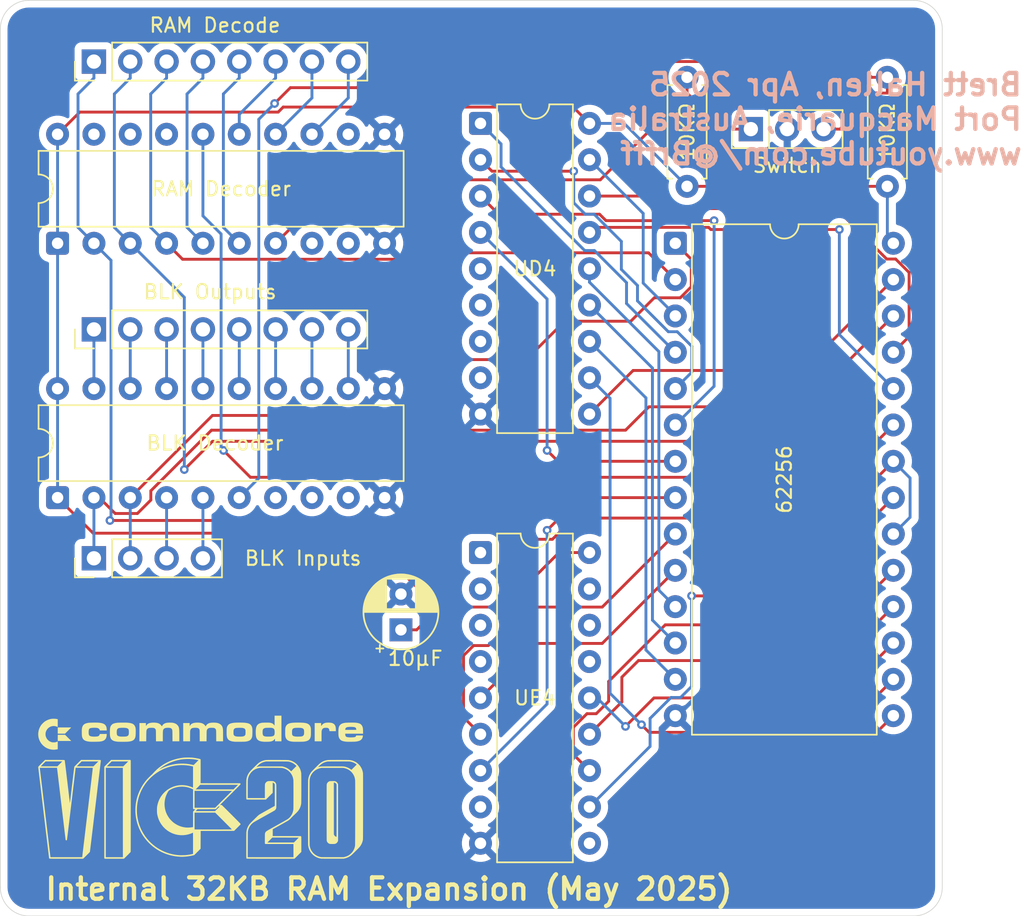
<source format=kicad_pcb>
(kicad_pcb (version 20241229) (generator "pcbnew") (generator_version "9.0")
  (title_block (title "Commodore VIC-20 32KB RAM Expansion ") (date "13-May-2025") (rev "A") (company "Brett Hallen") (comment 1 "www.youtube.com/@Brfff"))
  (layers (0 "F.Cu" signal) (2 "B.Cu" signal) (13 "F.Paste" user) (15 "B.Paste" user) (5 "F.SilkS" user "F.Silkscreen") (7 "B.SilkS" user "B.Silkscreen") (1 "F.Mask" user) (3 "B.Mask" user) (25 "Edge.Cuts" user))
  (net 0 "")
  (net 1 "+5V")
  (net 2 "GND")
  (net 3 "VA4")
  (net 4 "VA3")
  (net 5 "VA5")
  (net 6 "VA2")
  (net 7 "VA0")
  (net 8 "VA8")
  (net 9 "BD1")
  (net 10 "BD2")
  (net 11 "BD3")
  (net 12 "VA6")
  (net 14 "BD0")
  (net 15 "VA7")
  (net 16 "VR{slash}W")
  (net 17 "VA1")
  (net 18 "VA9")
  (net 19 "BD7")
  (net 20 "BD6")
  (net 25 "BD5")
  (net 28 "BD4")
  (net 32 "S2")
  (net 33 "~{RAM3}")
  (net 34 "VA12")
  (net 35 "VA10")
  (net 36 "VA13{slash}G1")
  (net 38 "VA11")
  (net 39 "~{CS1}")
  (net 40 "~{RAM2}")
  (net 41 "CS2")
  (net 42 "S1")
  (net 47 "~{BLK0}{slash}~{G2A}")
  (net 51 "~{RAM1}")
  (net 52 "CA14")
  (net 53 "CA15")
  (net 54 "CA13")
  (net 55 "SΦ2{slash}G1")
  (net 56 "~{BLK4}")
  (net 57 "~{BLK6}")
  (net 58 "~{BLK5}")
  (net 59 "~{BLK0}")
  (net 60 "~{BLK1}")
  (net 61 "~{BLK7}")
  (net 62 "~{BLK2}")
  (net 63 "~{BLK3}")
  (footprint "Connector_PinHeader_2.54mm:PinHeader_1x04_P2.54mm_Vertical" (layer "F.Cu") (at 53.02 66.52 90)
    (property "Reference" "J5" (hide yes))
    (property "Value" "BLK Inputs" (at 0 14.62 180) (layer "F.SilkS"))
    (pad "1" thru_hole rect (at 0 0 90) (size 1.7 1.7) (drill 1) (layers "*.Cu" "*.Mask") (net 54 "CA13"))
    (pad "2" thru_hole oval (at 0 2.54 90) (size 1.7 1.7) (drill 1) (layers "*.Cu" "*.Mask") (net 52 "CA14"))
    (pad "3" thru_hole oval (at 0 5.08 90) (size 1.7 1.7) (drill 1) (layers "*.Cu" "*.Mask") (net 53 "CA15"))
    (pad "4" thru_hole oval (at 0 7.62 90) (size 1.7 1.7) (drill 1) (layers "*.Cu" "*.Mask") (net 55 "SΦ2{slash}G1"))
  )
  (footprint "Package_DIP:DIP-20_W7.62mm" (layer "F.Cu") (at 50.48 62.28 90)
    (property "Reference" "U3" (hide yes))
    (property "Value" "BLK Decoder" (at 3.81 11 180) (layer "F.SilkS"))
    (pad "1" thru_hole roundrect (at 0 0 90) (size 1.6 1.6) (drill 0.8) (layers "*.Cu" "*.Mask") (roundrect_rratio 0.15625) (net 1 "+5V"))
    (pad "2" thru_hole circle (at 0 2.54 90) (size 1.6 1.6) (drill 0.8) (layers "*.Cu" "*.Mask") (net 54 "CA13"))
    (pad "3" thru_hole circle (at 0 5.08 90) (size 1.6 1.6) (drill 0.8) (layers "*.Cu" "*.Mask") (net 52 "CA14"))
    (pad "4" thru_hole circle (at 0 7.62 90) (size 1.6 1.6) (drill 0.8) (layers "*.Cu" "*.Mask") (net 53 "CA15"))
    (pad "5" thru_hole circle (at 0 10.16 90) (size 1.6 1.6) (drill 0.8) (layers "*.Cu" "*.Mask") (net 55 "SΦ2{slash}G1"))
    (pad "6" thru_hole circle (at 0 12.7 90) (size 1.6 1.6) (drill 0.8) (layers "*.Cu" "*.Mask") (net 32 "S2"))
    (pad "7" thru_hole circle (at 0 15.24 90) (size 1.6 1.6) (drill 0.8) (layers "*.Cu" "*.Mask"))
    (pad "8" thru_hole circle (at 0 17.78 90) (size 1.6 1.6) (drill 0.8) (layers "*.Cu" "*.Mask"))
    (pad "9" thru_hole circle (at 0 20.32 90) (size 1.6 1.6) (drill 0.8) (layers "*.Cu" "*.Mask"))
    (pad "10" thru_hole circle (at 0 22.86 90) (size 1.6 1.6) (drill 0.8) (layers "*.Cu" "*.Mask") (net 2 "GND"))
    (pad "11" thru_hole circle (at 7.62 22.86 90) (size 1.6 1.6) (drill 0.8) (layers "*.Cu" "*.Mask") (net 2 "GND"))
    (pad "12" thru_hole circle (at 7.62 20.32 90) (size 1.6 1.6) (drill 0.8) (layers "*.Cu" "*.Mask") (net 61 "~{BLK7}"))
    (pad "13" thru_hole circle (at 7.62 17.78 90) (size 1.6 1.6) (drill 0.8) (layers "*.Cu" "*.Mask") (net 57 "~{BLK6}"))
    (pad "14" thru_hole circle (at 7.62 15.24 90) (size 1.6 1.6) (drill 0.8) (layers "*.Cu" "*.Mask") (net 58 "~{BLK5}"))
    (pad "15" thru_hole circle (at 7.62 12.7 90) (size 1.6 1.6) (drill 0.8) (layers "*.Cu" "*.Mask") (net 56 "~{BLK4}"))
    (pad "16" thru_hole circle (at 7.62 10.16 90) (size 1.6 1.6) (drill 0.8) (layers "*.Cu" "*.Mask") (net 63 "~{BLK3}"))
    (pad "17" thru_hole circle (at 7.62 7.62 90) (size 1.6 1.6) (drill 0.8) (layers "*.Cu" "*.Mask") (net 62 "~{BLK2}"))
    (pad "18" thru_hole circle (at 7.62 5.08 90) (size 1.6 1.6) (drill 0.8) (layers "*.Cu" "*.Mask") (net 60 "~{BLK1}"))
    (pad "19" thru_hole circle (at 7.62 2.54 90) (size 1.6 1.6) (drill 0.8) (layers "*.Cu" "*.Mask") (net 59 "~{BLK0}"))
    (pad "20" thru_hole circle (at 7.62 0 90) (size 1.6 1.6) (drill 0.8) (layers "*.Cu" "*.Mask") (net 1 "+5V"))
  )
  (footprint "Connector_PinHeader_2.54mm:PinHeader_1x08_P2.54mm_Vertical" (layer "F.Cu") (at 53.02 31.8 90)
    (property "Reference" "J4" (hide yes))
    (property "Value" "RAM Decode" (at 2.54 8.46 180) (layer "F.SilkS"))
    (pad "1" thru_hole rect (at 0 0 90) (size 1.7 1.7) (drill 1) (layers "*.Cu" "*.Mask") (net 35 "VA10"))
    (pad "2" thru_hole oval (at 0 2.54 90) (size 1.7 1.7) (drill 1) (layers "*.Cu" "*.Mask") (net 38 "VA11"))
    (pad "3" thru_hole oval (at 0 5.08 90) (size 1.7 1.7) (drill 1) (layers "*.Cu" "*.Mask") (net 34 "VA12"))
    (pad "4" thru_hole oval (at 0 7.62 90) (size 1.7 1.7) (drill 1) (layers "*.Cu" "*.Mask") (net 36 "VA13{slash}G1"))
    (pad "5" thru_hole oval (at 0 10.16 90) (size 1.7 1.7) (drill 1) (layers "*.Cu" "*.Mask") (net 47 "~{BLK0}{slash}~{G2A}"))
    (pad "6" thru_hole oval (at 0 12.7 90) (size 1.7 1.7) (drill 1) (layers "*.Cu" "*.Mask") (net 51 "~{RAM1}"))
    (pad "7" thru_hole oval (at 0 15.24 90) (size 1.7 1.7) (drill 1) (layers "*.Cu" "*.Mask") (net 40 "~{RAM2}"))
    (pad "8" thru_hole oval (at 0 17.78 90) (size 1.7 1.7) (drill 1) (layers "*.Cu" "*.Mask") (net 33 "~{RAM3}"))
  )
  (footprint "Package_DIP:DIP-18_W7.62mm" (layer "F.Cu") (at 80.04 66.12)
    (property "Reference" "J2" (hide yes))
    (property "Value" "UE4" (at 3.805 10.16 0) (layer "F.SilkS"))
    (pad "1" thru_hole roundrect (at 0 0) (size 1.6 1.6) (drill 0.8) (layers "*.Cu" "*.Mask") (roundrect_rratio 0.15625))
    (pad "2" thru_hole circle (at 0 2.54) (size 1.6 1.6) (drill 0.8) (layers "*.Cu" "*.Mask"))
    (pad "3" thru_hole circle (at 0 5.08) (size 1.6 1.6) (drill 0.8) (layers "*.Cu" "*.Mask"))
    (pad "4" thru_hole circle (at 0 7.62) (size 1.6 1.6) (drill 0.8) (layers "*.Cu" "*.Mask"))
    (pad "5" thru_hole circle (at 0 10.16) (size 1.6 1.6) (drill 0.8) (layers "*.Cu" "*.Mask") (net 7 "VA0"))
    (pad "6" thru_hole circle (at 0 12.7) (size 1.6 1.6) (drill 0.8) (layers "*.Cu" "*.Mask") (net 17 "VA1"))
    (pad "7" thru_hole circle (at 0 15.24) (size 1.6 1.6) (drill 0.8) (layers "*.Cu" "*.Mask") (net 6 "VA2"))
    (pad "8" thru_hole circle (at 0 17.78) (size 1.6 1.6) (drill 0.8) (layers "*.Cu" "*.Mask"))
    (pad "9" thru_hole circle (at 0 20.32) (size 1.6 1.6) (drill 0.8) (layers "*.Cu" "*.Mask") (net 2 "GND"))
    (pad "10" thru_hole circle (at 7.62 20.32) (size 1.6 1.6) (drill 0.8) (layers "*.Cu" "*.Mask"))
    (pad "11" thru_hole circle (at 7.62 17.78) (size 1.6 1.6) (drill 0.8) (layers "*.Cu" "*.Mask") (net 19 "BD7"))
    (pad "12" thru_hole circle (at 7.62 15.24) (size 1.6 1.6) (drill 0.8) (layers "*.Cu" "*.Mask") (net 20 "BD6"))
    (pad "13" thru_hole circle (at 7.62 12.7) (size 1.6 1.6) (drill 0.8) (layers "*.Cu" "*.Mask") (net 25 "BD5"))
    (pad "14" thru_hole circle (at 7.62 10.16) (size 1.6 1.6) (drill 0.8) (layers "*.Cu" "*.Mask") (net 28 "BD4"))
    (pad "15" thru_hole circle (at 7.62 7.62) (size 1.6 1.6) (drill 0.8) (layers "*.Cu" "*.Mask"))
    (pad "16" thru_hole circle (at 7.62 5.08) (size 1.6 1.6) (drill 0.8) (layers "*.Cu" "*.Mask"))
    (pad "17" thru_hole circle (at 7.62 2.54) (size 1.6 1.6) (drill 0.8) (layers "*.Cu" "*.Mask"))
    (pad "18" thru_hole circle (at 7.62 0) (size 1.6 1.6) (drill 0.8) (layers "*.Cu" "*.Mask") (net 1 "+5V"))
  )
  (footprint "Package_DIP:DIP-18_W7.62mm" (layer "F.Cu") (at 80.04 36.12)
    (property "Reference" "J1" (hide yes))
    (property "Value" "UD4" (at 3.805 10.16 0) (layer "F.SilkS"))
    (pad "1" thru_hole roundrect (at 0 0) (size 1.6 1.6) (drill 0.8) (layers "*.Cu" "*.Mask") (roundrect_rratio 0.15625) (net 12 "VA6"))
    (pad "2" thru_hole circle (at 0 2.54) (size 1.6 1.6) (drill 0.8) (layers "*.Cu" "*.Mask") (net 5 "VA5"))
    (pad "3" thru_hole circle (at 0 5.08) (size 1.6 1.6) (drill 0.8) (layers "*.Cu" "*.Mask") (net 3 "VA4"))
    (pad "4" thru_hole circle (at 0 7.62) (size 1.6 1.6) (drill 0.8) (layers "*.Cu" "*.Mask") (net 4 "VA3"))
    (pad "5" thru_hole circle (at 0 10.16) (size 1.6 1.6) (drill 0.8) (layers "*.Cu" "*.Mask"))
    (pad "6" thru_hole circle (at 0 12.7) (size 1.6 1.6) (drill 0.8) (layers "*.Cu" "*.Mask"))
    (pad "7" thru_hole circle (at 0 15.24) (size 1.6 1.6) (drill 0.8) (layers "*.Cu" "*.Mask"))
    (pad "8" thru_hole circle (at 0 17.78) (size 1.6 1.6) (drill 0.8) (layers "*.Cu" "*.Mask"))
    (pad "9" thru_hole circle (at 0 20.32) (size 1.6 1.6) (drill 0.8) (layers "*.Cu" "*.Mask") (net 2 "GND"))
    (pad "10" thru_hole circle (at 7.62 20.32) (size 1.6 1.6) (drill 0.8) (layers "*.Cu" "*.Mask") (net 16 "VR{slash}W"))
    (pad "11" thru_hole circle (at 7.62 17.78) (size 1.6 1.6) (drill 0.8) (layers "*.Cu" "*.Mask") (net 11 "BD3"))
    (pad "12" thru_hole circle (at 7.62 15.24) (size 1.6 1.6) (drill 0.8) (layers "*.Cu" "*.Mask") (net 10 "BD2"))
    (pad "13" thru_hole circle (at 7.62 12.7) (size 1.6 1.6) (drill 0.8) (layers "*.Cu" "*.Mask") (net 9 "BD1"))
    (pad "14" thru_hole circle (at 7.62 10.16) (size 1.6 1.6) (drill 0.8) (layers "*.Cu" "*.Mask") (net 14 "BD0"))
    (pad "15" thru_hole circle (at 7.62 7.62) (size 1.6 1.6) (drill 0.8) (layers "*.Cu" "*.Mask") (net 18 "VA9"))
    (pad "16" thru_hole circle (at 7.62 5.08) (size 1.6 1.6) (drill 0.8) (layers "*.Cu" "*.Mask") (net 8 "VA8"))
    (pad "17" thru_hole circle (at 7.62 2.54) (size 1.6 1.6) (drill 0.8) (layers "*.Cu" "*.Mask") (net 15 "VA7"))
    (pad "18" thru_hole circle (at 7.62 0) (size 1.6 1.6) (drill 0.8) (layers "*.Cu" "*.Mask") (net 1 "+5V"))
  )
  (footprint "Resistor_THT:R_Axial_DIN0207_L6.3mm_D2.5mm_P7.62mm_Horizontal" (layer "F.Cu") (at 94.48 40.52 90)
    (property "Reference" "R1" (hide yes))
    (property "Value" "10KΩ" (at 3.81 0 90) (layer "F.SilkS"))
    (pad "1" thru_hole circle (at 0 0 90) (size 1.6 1.6) (drill 0.8) (layers "*.Cu" "*.Mask") (net 1 "+5V"))
    (pad "2" thru_hole oval (at 7.62 0 90) (size 1.6 1.6) (drill 0.8) (layers "*.Cu" "*.Mask") (net 42 "S1"))
  )
  (footprint "Package_DIP:DIP-20_W7.62mm" (layer "F.Cu") (at 50.48 44.5 90)
    (property "Reference" "U2" (hide yes))
    (property "Value" "RAM Decoder" (at 3.805 11.43 180) (layer "F.SilkS"))
    (pad "1" thru_hole roundrect (at 0 0 90) (size 1.6 1.6) (drill 0.8) (layers "*.Cu" "*.Mask") (roundrect_rratio 0.15625) (net 1 "+5V"))
    (pad "2" thru_hole circle (at 0 2.54 90) (size 1.6 1.6) (drill 0.8) (layers "*.Cu" "*.Mask") (net 35 "VA10"))
    (pad "3" thru_hole circle (at 0 5.08 90) (size 1.6 1.6) (drill 0.8) (layers "*.Cu" "*.Mask") (net 38 "VA11"))
    (pad "4" thru_hole circle (at 0 7.62 90) (size 1.6 1.6) (drill 0.8) (layers "*.Cu" "*.Mask") (net 34 "VA12"))
    (pad "5" thru_hole circle (at 0 10.16 90) (size 1.6 1.6) (drill 0.8) (layers "*.Cu" "*.Mask") (net 36 "VA13{slash}G1"))
    (pad "6" thru_hole circle (at 0 12.7 90) (size 1.6 1.6) (drill 0.8) (layers "*.Cu" "*.Mask") (net 47 "~{BLK0}{slash}~{G2A}"))
    (pad "7" thru_hole circle (at 0 15.24 90) (size 1.6 1.6) (drill 0.8) (layers "*.Cu" "*.Mask") (net 42 "S1"))
    (pad "8" thru_hole circle (at 0 17.78 90) (size 1.6 1.6) (drill 0.8) (layers "*.Cu" "*.Mask"))
    (pad "9" thru_hole circle (at 0 20.32 90) (size 1.6 1.6) (drill 0.8) (layers "*.Cu" "*.Mask"))
    (pad "10" thru_hole circle (at 0 22.86 90) (size 1.6 1.6) (drill 0.8) (layers "*.Cu" "*.Mask") (net 2 "GND"))
    (pad "11" thru_hole circle (at 7.62 22.86 90) (size 1.6 1.6) (drill 0.8) (layers "*.Cu" "*.Mask") (net 2 "GND"))
    (pad "12" thru_hole circle (at 7.62 20.32 90) (size 1.6 1.6) (drill 0.8) (layers "*.Cu" "*.Mask"))
    (pad "13" thru_hole circle (at 7.62 17.78 90) (size 1.6 1.6) (drill 0.8) (layers "*.Cu" "*.Mask") (net 33 "~{RAM3}"))
    (pad "14" thru_hole circle (at 7.62 15.24 90) (size 1.6 1.6) (drill 0.8) (layers "*.Cu" "*.Mask") (net 40 "~{RAM2}"))
    (pad "15" thru_hole circle (at 7.62 12.7 90) (size 1.6 1.6) (drill 0.8) (layers "*.Cu" "*.Mask") (net 51 "~{RAM1}"))
    (pad "16" thru_hole circle (at 7.62 10.16 90) (size 1.6 1.6) (drill 0.8) (layers "*.Cu" "*.Mask") (net 39 "~{CS1}"))
    (pad "17" thru_hole circle (at 7.62 7.62 90) (size 1.6 1.6) (drill 0.8) (layers "*.Cu" "*.Mask") (net 41 "CS2"))
    (pad "18" thru_hole circle (at 7.62 5.08 90) (size 1.6 1.6) (drill 0.8) (layers "*.Cu" "*.Mask"))
    (pad "19" thru_hole circle (at 7.62 2.54 90) (size 1.6 1.6) (drill 0.8) (layers "*.Cu" "*.Mask"))
    (pad "20" thru_hole circle (at 7.62 0 90) (size 1.6 1.6) (drill 0.8) (layers "*.Cu" "*.Mask") (net 1 "+5V"))
  )
  (footprint "Connector_PinHeader_2.54mm:PinHeader_1x03_P2.54mm_Vertical" (layer "F.Cu") (at 98.94 36.52 90)
    (property "Reference" "J3" (hide yes))
    (property "Value" "Switch" (at -2.54 2.54 180) (layer "F.SilkS"))
    (pad "1" thru_hole rect (at 0 0 90) (size 1.7 1.7) (drill 1) (layers "*.Cu" "*.Mask") (net 42 "S1"))
    (pad "2" thru_hole oval (at 0 2.54 90) (size 1.7 1.7) (drill 1) (layers "*.Cu" "*.Mask") (net 2 "GND"))
    (pad "3" thru_hole oval (at 0 5.08 90) (size 1.7 1.7) (drill 1) (layers "*.Cu" "*.Mask") (net 32 "S2"))
  )
  (footprint "Connector_PinHeader_2.54mm:PinHeader_1x08_P2.54mm_Vertical" (layer "F.Cu") (at 53.02 50.52 90)
    (property "Reference" "J6" (hide yes))
    (property "Value" "BLK Outputs" (at 2.627853 8.117923 180) (layer "F.SilkS"))
    (pad "1" thru_hole rect (at 0 0 90) (size 1.7 1.7) (drill 1) (layers "*.Cu" "*.Mask") (net 59 "~{BLK0}"))
    (pad "2" thru_hole oval (at 0 2.54 90) (size 1.7 1.7) (drill 1) (layers "*.Cu" "*.Mask") (net 60 "~{BLK1}"))
    (pad "3" thru_hole oval (at 0 5.08 90) (size 1.7 1.7) (drill 1) (layers "*.Cu" "*.Mask") (net 62 "~{BLK2}"))
    (pad "4" thru_hole oval (at 0 7.62 90) (size 1.7 1.7) (drill 1) (layers "*.Cu" "*.Mask") (net 63 "~{BLK3}"))
    (pad "5" thru_hole oval (at 0 10.16 90) (size 1.7 1.7) (drill 1) (layers "*.Cu" "*.Mask") (net 56 "~{BLK4}"))
    (pad "6" thru_hole oval (at 0 12.7 90) (size 1.7 1.7) (drill 1) (layers "*.Cu" "*.Mask") (net 58 "~{BLK5}"))
    (pad "7" thru_hole oval (at 0 15.24 90) (size 1.7 1.7) (drill 1) (layers "*.Cu" "*.Mask") (net 57 "~{BLK6}"))
    (pad "8" thru_hole oval (at 0 17.78 90) (size 1.7 1.7) (drill 1) (layers "*.Cu" "*.Mask") (net 61 "~{BLK7}"))
  )
  (footprint "LOGO" (layer "F.Cu") (at 60.48 82.52)
    (property "Reference" "G***" (hide yes))
    (property "Value" "LOGO" (hide yes))
  )
  (footprint "Capacitor_THT:CP_Radial_D5.0mm_P2.50mm" (layer "F.Cu") (at 74.48 71.52 90)
    (property "Reference" "C1" (hide yes))
    (property "Value" "10µF" (at -2 1 180) (layer "F.SilkS"))
    (pad "1" thru_hole rect (at 0 0 90) (size 1.6 1.6) (drill 0.8) (layers "*.Cu" "*.Mask") (net 1 "+5V"))
    (pad "2" thru_hole circle (at 2.5 0 90) (size 1.6 1.6) (drill 0.8) (layers "*.Cu" "*.Mask") (net 2 "GND"))
  )
  (footprint "Resistor_THT:R_Axial_DIN0207_L6.3mm_D2.5mm_P7.62mm_Horizontal" (layer "F.Cu") (at 108.48 40.52 90)
    (property "Reference" "R2" (hide yes))
    (property "Value" "10KΩ" (at 3.81 0 90) (layer "F.SilkS"))
    (pad "1" thru_hole circle (at 0 0 90) (size 1.6 1.6) (drill 0.8) (layers "*.Cu" "*.Mask") (net 1 "+5V"))
    (pad "2" thru_hole oval (at 7.62 0 90) (size 1.6 1.6) (drill 0.8) (layers "*.Cu" "*.Mask") (net 32 "S2"))
  )
  (footprint "Package_DIP:DIP-28_W15.24mm" (layer "F.Cu") (at 93.66 44.5)
    (property "Reference" "U1" (hide yes))
    (property "Value" "62256" (at 7.62 16.51 90) (layer "F.SilkS"))
    (pad "1" thru_hole roundrect (at 0 0) (size 1.6 1.6) (drill 0.8) (layers "*.Cu" "*.Mask") (roundrect_rratio 0.15625) (net 52 "CA14"))
    (pad "2" thru_hole circle (at 0 2.54) (size 1.6 1.6) (drill 0.8) (layers "*.Cu" "*.Mask") (net 34 "VA12"))
    (pad "3" thru_hole circle (at 0 5.08) (size 1.6 1.6) (drill 0.8) (layers "*.Cu" "*.Mask") (net 15 "VA7"))
    (pad "4" thru_hole circle (at 0 7.62) (size 1.6 1.6) (drill 0.8) (layers "*.Cu" "*.Mask") (net 12 "VA6"))
    (pad "5" thru_hole circle (at 0 10.16) (size 1.6 1.6) (drill 0.8) (layers "*.Cu" "*.Mask") (net 5 "VA5"))
    (pad "6" thru_hole circle (at 0 12.7) (size 1.6 1.6) (drill 0.8) (layers "*.Cu" "*.Mask") (net 3 "VA4"))
    (pad "7" thru_hole circle (at 0 15.24) (size 1.6 1.6) (drill 0.8) (layers "*.Cu" "*.Mask") (net 4 "VA3"))
    (pad "8" thru_hole circle (at 0 17.78) (size 1.6 1.6) (drill 0.8) (layers "*.Cu" "*.Mask") (net 6 "VA2"))
    (pad "9" thru_hole circle (at 0 20.32) (size 1.6 1.6) (drill 0.8) (layers "*.Cu" "*.Mask") (net 17 "VA1"))
    (pad "10" thru_hole circle (at 0 22.86) (size 1.6 1.6) (drill 0.8) (layers "*.Cu" "*.Mask") (net 7 "VA0"))
    (pad "11" thru_hole circle (at 0 25.4) (size 1.6 1.6) (drill 0.8) (layers "*.Cu" "*.Mask") (net 14 "BD0"))
    (pad "12" thru_hole circle (at 0 27.94) (size 1.6 1.6) (drill 0.8) (layers "*.Cu" "*.Mask") (net 9 "BD1"))
    (pad "13" thru_hole circle (at 0 30.48) (size 1.6 1.6) (drill 0.8) (layers "*.Cu" "*.Mask") (net 10 "BD2"))
    (pad "14" thru_hole circle (at 0 33.02) (size 1.6 1.6) (drill 0.8) (layers "*.Cu" "*.Mask") (net 2 "GND"))
    (pad "15" thru_hole circle (at 15.24 33.02) (size 1.6 1.6) (drill 0.8) (layers "*.Cu" "*.Mask") (net 11 "BD3"))
    (pad "16" thru_hole circle (at 15.24 30.48) (size 1.6 1.6) (drill 0.8) (layers "*.Cu" "*.Mask") (net 28 "BD4"))
    (pad "17" thru_hole circle (at 15.24 27.94) (size 1.6 1.6) (drill 0.8) (layers "*.Cu" "*.Mask") (net 25 "BD5"))
    (pad "18" thru_hole circle (at 15.24 25.4) (size 1.6 1.6) (drill 0.8) (layers "*.Cu" "*.Mask") (net 20 "BD6"))
    (pad "19" thru_hole circle (at 15.24 22.86) (size 1.6 1.6) (drill 0.8) (layers "*.Cu" "*.Mask") (net 19 "BD7"))
    (pad "20" thru_hole circle (at 15.24 20.32) (size 1.6 1.6) (drill 0.8) (layers "*.Cu" "*.Mask") (net 39 "~{CS1}"))
    (pad "21" thru_hole circle (at 15.24 17.78) (size 1.6 1.6) (drill 0.8) (layers "*.Cu" "*.Mask") (net 35 "VA10"))
    (pad "22" thru_hole circle (at 15.24 15.24) (size 1.6 1.6) (drill 0.8) (layers "*.Cu" "*.Mask") (net 39 "~{CS1}"))
    (pad "23" thru_hole circle (at 15.24 12.7) (size 1.6 1.6) (drill 0.8) (layers "*.Cu" "*.Mask") (net 38 "VA11"))
    (pad "24" thru_hole circle (at 15.24 10.16) (size 1.6 1.6) (drill 0.8) (layers "*.Cu" "*.Mask") (net 18 "VA9"))
    (pad "25" thru_hole circle (at 15.24 7.62) (size 1.6 1.6) (drill 0.8) (layers "*.Cu" "*.Mask") (net 8 "VA8"))
    (pad "26" thru_hole circle (at 15.24 5.08) (size 1.6 1.6) (drill 0.8) (layers "*.Cu" "*.Mask") (net 54 "CA13"))
    (pad "27" thru_hole circle (at 15.24 2.54) (size 1.6 1.6) (drill 0.8) (layers "*.Cu" "*.Mask") (net 16 "VR{slash}W"))
    (pad "28" thru_hole circle (at 15.24 0) (size 1.6 1.6) (drill 0.8) (layers "*.Cu" "*.Mask") (net 1 "+5V"))
  )
  (gr_arc (start 112.32 89.52) (mid 111.734214 90.934214) (end 110.32 91.52) (stroke (width 0.05)) (layer "Edge.Cuts"))
  (gr_line (start 48.48 27.52) (end 110.32 27.52) (stroke (width 0.05)) (layer "Edge.Cuts"))
  (gr_line (start 112.32 29.52) (end 112.32 89.52) (stroke (width 0.05)) (layer "Edge.Cuts"))
  (gr_arc (start 48.48 91.52) (mid 47.065786 90.934214) (end 46.48 89.52) (stroke (width 0.05)) (layer "Edge.Cuts"))
  (gr_line (start 46.48 89.52) (end 46.48 29.52) (stroke (width 0.05)) (layer "Edge.Cuts"))
  (gr_arc (start 46.48 29.52) (mid 47.065786 28.105786) (end 48.48 27.52) (stroke (width 0.05)) (layer "Edge.Cuts"))
  (gr_arc (start 110.32 27.52) (mid 111.734214 28.105786) (end 112.32 29.52) (stroke (width 0.05)) (layer "Edge.Cuts"))
  (gr_line (start 110.32 91.52) (end 48.48 91.52) (stroke (width 0.05)) (layer "Edge.Cuts"))
  (gr_text "Internal 32KB RAM Expansion (May 2025)" (at 49.48 90.52 0) (layer "F.SilkS") (effects (font (size 1.5 1.5) (thickness 0.3) (bold yes)) (justify left bottom)))
  (gr_text "Brett Hallen, Apr 2025\nPort Macquarie, Australia\nwww.youtube.com/@Brfff" (at 118.04 39.12 0) (layer "B.SilkS") (effects (font (size 1.5 1.5) (thickness 0.3) (bold yes)) (justify left bottom mirror)))
  (segment (start 74.48 71.52) (end 75.5817 71.52) (width 0.2) (layer "F.Cu") (net 1))
  (segment (start 81.7225 69.9277) (end 85.5302 66.12) (width 0.2) (layer "F.Cu") (net 1))
  (segment (start 52.9663 64.7663) (end 71.8201 64.7663) (width 0.2) (layer "F.Cu") (net 1))
  (segment (start 76.9815 70.1202) (end 75.5817 71.52) (width 0.2) (layer "F.Cu") (net 1))
  (segment (start 50.48 36.88) (end 52.0286 35.3314) (width 0.2) (layer "F.Cu") (net 1))
  (segment (start 76.9815 69.9277) (end 81.7225 69.9277) (width 0.2) (layer "F.Cu") (net 1))
  (segment (start 86.5181 34.9781) (end 87.66 36.12) (width 0.2) (layer "F.Cu") (net 1))
  (segment (start 71.8201 64.7663) (end 76.9815 69.9277) (width 0.2) (layer "F.Cu") (net 1))
  (segment (start 52.0286 35.3314) (end 65.8985 35.3314) (width 0.2) (layer "F.Cu") (net 1))
  (segment (start 85.5302 66.12) (end 87.66 66.12) (width 0.2) (layer "F.Cu") (net 1))
  (segment (start 108.48 40.52) (end 94.48 40.52) (width 0.2) (layer "F.Cu") (net 1))
  (segment (start 76.9815 69.9277) (end 76.9815 70.1202) (width 0.2) (layer "F.Cu") (net 1))
  (segment (start 50.48 62.28) (end 52.9663 64.7663) (width 0.2) (layer "F.Cu") (net 1))
  (segment (start 66.2518 34.9781) (end 86.5181 34.9781) (width 0.2) (layer "F.Cu") (net 1))
  (segment (start 65.8985 35.3314) (end 66.2518 34.9781) (width 0.2) (layer "F.Cu") (net 1))
  (segment (start 108.48 44.08) (end 108.48 40.52) (width 0.2) (layer "B.Cu") (net 1))
  (segment (start 94.48 40.52) (end 90.08 36.12) (width 0.2) (layer "B.Cu") (net 1))
  (segment (start 50.48 36.88) (end 50.48 44.5) (width 0.2) (layer "B.Cu") (net 1))
  (segment (start 50.48 44.5) (end 50.48 54.66) (width 0.2) (layer "B.Cu") (net 1))
  (segment (start 90.08 36.12) (end 87.66 36.12) (width 0.2) (layer "B.Cu") (net 1))
  (segment (start 108.9 44.5) (end 108.48 44.08) (width 0.2) (layer "B.Cu") (net 1))
  (segment (start 50.48 54.66) (end 50.48 62.28) (width 0.2) (layer "B.Cu") (net 1))
  (segment (start 88.3641 42.47) (end 81.31 42.47) (width 0.2) (layer "F.Cu") (net 3))
  (segment (start 81.31 42.47) (end 80.04 41.2) (width 0.2) (layer "F.Cu") (net 3))
  (segment (start 88.8105 42.9164) (end 88.3641 42.47) (width 0.2) (layer "F.Cu") (net 3))
  (segment (start 96.3704 42.9164) (end 88.8105 42.9164) (width 0.2) (layer "F.Cu") (net 3))
  (via (at 96.3704 42.9164) (size 0.6) (drill 0.3) (layers "F.Cu" "B.Cu") (net 3))
  (segment (start 96.3704 54.4896) (end 96.3704 42.9164) (width 0.2) (layer "B.Cu") (net 3))
  (segment (start 93.66 57.2) (end 96.3704 54.4896) (width 0.2) (layer "B.Cu") (net 3))
  (segment (start 93.66 59.74) (end 85.4563 59.74) (width 0.2) (layer "F.Cu") (net 4))
  (segment (start 85.4563 59.74) (end 84.6968 58.9805) (width 0.2) (layer "F.Cu") (net 4))
  (via (at 84.6968 58.9805) (size 0.6) (drill 0.3) (layers "F.Cu" "B.Cu") (net 4))
  (segment (start 84.6968 48.3968) (end 80.04 43.74) (width 0.2) (layer "B.Cu") (net 4))
  (segment (start 84.6968 58.9805) (end 84.6968 48.3968) (width 0.2) (layer "B.Cu") (net 4))
  (segment (start 80.8412 39.4612) (end 80.04 38.66) (width 0.2) (layer "F.Cu") (net 5))
  (segment (start 86.5586 39.4612) (end 80.8412 39.4612) (width 0.2) (layer "F.Cu") (net 5))
  (via (at 86.5586 39.4612) (size 0.6) (drill 0.3) (layers "F.Cu" "B.Cu") (net 5))
  (segment (start 93.66 54.66) (end 94.8106 53.5094) (width 0.2) (layer "B.Cu") (net 5))
  (segment (start 86.5583 39.4615) (end 86.5586 39.4612) (width 0.2) (layer "B.Cu") (net 5))
  (segment (start 87.3616 42.4688) (end 86.5583 41.6655) (width 0.2) (layer "B.Cu") (net 5))
  (segment (start 91.0145 47.451) (end 89.8874 46.3239) (width 0.2) (layer "B.Cu") (net 5))
  (segment (start 89.8874 44.37) (end 87.9862 42.4688) (width 0.2) (layer "B.Cu") (net 5))
  (segment (start 89.8874 46.3239) (end 89.8874 44.37) (width 0.2) (layer "B.Cu") (net 5))
  (segment (start 94.8106 51.6987) (end 93.7936 50.6817) (width 0.2) (layer "B.Cu") (net 5))
  (segment (start 93.7936 50.6817) (end 93.1705 50.6817) (width 0.2) (layer "B.Cu") (net 5))
  (segment (start 94.8106 53.5094) (end 94.8106 51.6987) (width 0.2) (layer "B.Cu") (net 5))
  (segment (start 86.5583 41.6655) (end 86.5583 39.4615) (width 0.2) (layer "B.Cu") (net 5))
  (segment (start 93.1705 50.6817) (end 91.0145 48.5257) (width 0.2) (layer "B.Cu") (net 5))
  (segment (start 87.9862 42.4688) (end 87.3616 42.4688) (width 0.2) (layer "B.Cu") (net 5))
  (segment (start 91.0145 48.5257) (end 91.0145 47.451) (width 0.2) (layer "B.Cu") (net 5))
  (segment (start 93.66 62.28) (end 86.9774 62.28) (width 0.2) (layer "F.Cu") (net 6))
  (segment (start 86.9774 62.28) (end 84.6968 64.5606) (width 0.2) (layer "F.Cu") (net 6))
  (via (at 84.6968 64.5606) (size 0.6) (drill 0.3) (layers "F.Cu" "B.Cu") (net 6))
  (segment (start 84.6968 64.5606) (end 84.6968 76.7032) (width 0.2) (layer "B.Cu") (net 6))
  (segment (start 84.6968 76.7032) (end 80.04 81.36) (width 0.2) (layer "B.Cu") (net 6))
  (segment (start 83.85 72.47) (end 80.04 76.28) (width 0.2) (layer "F.Cu") (net 7))
  (segment (start 88.55 72.47) (end 83.85 72.47) (width 0.2) (layer "F.Cu") (net 7))
  (segment (start 93.66 67.36) (end 88.55 72.47) (width 0.2) (layer "F.Cu") (net 7))
  (segment (start 108.9 52.12) (end 110.0017 51.0183) (width 0.2) (layer "F.Cu") (net 8))
  (segment (start 91.8275 41.2) (end 87.66 41.2) (width 0.2) (layer "F.Cu") (net 8))
  (segment (start 109.0591 45.6017) (end 108.434 45.6017) (width 0.2) (layer "F.Cu") (net 8))
  (segment (start 110.0017 46.5443) (end 109.0591 45.6017) (width 0.2) (layer "F.Cu") (net 8))
  (segment (start 104.9094 42.0771) (end 92.7046 42.0771) (width 0.2) (layer "F.Cu") (net 8))
  (segment (start 108.434 45.6017) (end 104.9094 42.0771) (width 0.2) (layer "F.Cu") (net 8))
  (segment (start 110.0017 51.0183) (end 110.0017 46.5443) (width 0.2) (layer "F.Cu") (net 8))
  (segment (start 92.7046 42.0771) (end 91.8275 41.2) (width 0.2) (layer "F.Cu") (net 8))
  (segment (start 87.66 48.82) (end 92.0606 53.2206) (width 0.2) (layer "B.Cu") (net 9))
  (segment (start 92.0606 53.2206) (end 92.0606 70.8406) (width 0.2) (layer "B.Cu") (net 9))
  (segment (start 92.0606 70.8406) (end 93.66 72.44) (width 0.2) (layer "B.Cu") (net 9))
  (segment (start 87.66 51.36) (end 91.6052 55.3052) (width 0.2) (layer "B.Cu") (net 10))
  (segment (start 91.6052 72.9253) (end 91.6053 72.9253) (width 0.2) (layer "B.Cu") (net 10))
  (segment (start 91.6053 72.9253) (end 93.66 74.98) (width 0.2) (layer "B.Cu") (net 10))
  (segment (start 91.6052 55.3052) (end 91.6052 72.9253) (width 0.2) (layer "B.Cu") (net 10))
  (segment (start 91.8266 78.6847) (end 91.2938 78.1519) (width 0.2) (layer "F.Cu") (net 11))
  (segment (start 108.9 77.52) (end 107.7353 78.6847) (width 0.2) (layer "F.Cu") (net 11))
  (segment (start 107.7353 78.6847) (end 91.8266 78.6847) (width 0.2) (layer "F.Cu") (net 11))
  (via (at 91.2938 78.1519) (size 0.6) (drill 0.3) (layers "F.Cu" "B.Cu") (net 11))
  (segment (start 91.2938 78.1519) (end 89.0998 75.9579) (width 0.2) (layer "B.Cu") (net 11))
  (segment (start 89.0998 55.3398) (end 87.66 53.9) (width 0.2) (layer "B.Cu") (net 11))
  (segment (start 89.0998 75.9579) (end 89.0998 55.3398) (width 0.2) (layer "B.Cu") (net 11))
  (segment (start 87.3272 45.01) (end 88.0055 45.01) (width 0.2) (layer "B.Cu") (net 12))
  (segment (start 90.2492 48.7092) (end 93.66 52.12) (width 0.2) (layer "B.Cu") (net 12))
  (segment (start 90.2492 47.2537) (end 90.2492 48.7092) (width 0.2) (layer "B.Cu") (net 12))
  (segment (start 81.4798 37.5598) (end 81.4798 39.1626) (width 0.2) (layer "B.Cu") (net 12))
  (segment (start 80.04 36.12) (end 81.4798 37.5598) (width 0.2) (layer "B.Cu") (net 12))
  (segment (start 81.4798 39.1626) (end 87.3272 45.01) (width 0.2) (layer "B.Cu") (net 12))
  (segment (start 88.0055 45.01) (end 90.2492 47.2537) (width 0.2) (layer "B.Cu") (net 12))
  (segment (start 87.66 47.2206) (end 92.5104 52.071) (width 0.2) (layer "B.Cu") (net 14))
  (segment (start 92.5104 52.071) (end 92.5104 68.7504) (width 0.2) (layer "B.Cu") (net 14))
  (segment (start 87.66 46.28) (end 87.66 47.2206) (width 0.2) (layer "B.Cu") (net 14))
  (segment (start 92.5104 68.7504) (end 93.66 69.9) (width 0.2) (layer "B.Cu") (net 14))
  (segment (start 91.4147 47.2832) (end 91.4147 42.4147) (width 0.2) (layer "B.Cu") (net 15))
  (segment (start 93.66 49.5285) (end 91.4147 47.2832) (width 0.2) (layer "B.Cu") (net 15))
  (segment (start 91.4147 42.4147) (end 87.66 38.66) (width 0.2) (layer "B.Cu") (net 15))
  (segment (start 93.66 49.58) (end 93.66 49.5285) (width 0.2) (layer "B.Cu") (net 15))
  (segment (start 102.55 53.39) (end 108.9 47.04) (width 0.2) (layer "F.Cu") (net 16))
  (segment (start 87.66 56.44) (end 90.71 53.39) (width 0.2) (layer "F.Cu") (net 16))
  (segment (start 90.71 53.39) (end 102.55 53.39) (width 0.2) (layer "F.Cu") (net 16))
  (segment (start 80.5898 72.6202) (end 79.5586 72.6202) (width 0.2) (layer "F.Cu") (net 17))
  (segment (start 93.66 64.82) (end 88.55 69.93) (width 0.2) (layer "F.Cu") (net 17))
  (segment (start 79.5586 72.6202) (end 78.8549 73.3239) (width 0.2) (layer "F.Cu") (net 17))
  (segment (start 78.8549 77.6349) (end 80.04 78.82) (width 0.2) (layer "F.Cu") (net 17))
  (segment (start 88.55 69.93) (end 83.28 69.93) (width 0.2) (layer "F.Cu") (net 17))
  (segment (start 83.28 69.93) (end 80.5898 72.6202) (width 0.2) (layer "F.Cu") (net 17))
  (segment (start 78.8549 73.3239) (end 78.8549 77.6349) (width 0.2) (layer "F.Cu") (net 17))
  (segment (start 87.66 43.74) (end 88.0124 43.3876) (width 0.2) (layer "F.Cu") (net 18))
  (segment (start 95.9908 43.3876) (end 96.1412 43.538) (width 0.2) (layer "F.Cu") (net 18))
  (segment (start 88.0124 43.3876) (end 95.9908 43.3876) (width 0.2) (layer "F.Cu") (net 18))
  (segment (start 105.1256 43.538) (end 105.1256 43.5381) (width 0.2) (layer "F.Cu") (net 18))
  (segment (start 96.1412 43.538) (end 105.1256 43.538) (width 0.2) (layer "F.Cu") (net 18))
  (via (at 105.1256 43.5381) (size 0.6) (drill 0.3) (layers "F.Cu" "B.Cu") (net 18))
  (segment (start 105.1256 50.8856) (end 108.9 54.66) (width 0.2) (layer "B.Cu") (net 18))
  (segment (start 105.1256 43.5381) (end 105.1256 50.8856) (width 0.2) (layer "B.Cu") (net 18))
  (segment (start 108.9 67.36) (end 107.1117 69.1483) (width 0.2) (layer "F.Cu") (net 19))
  (segment (start 94.7954 69.1483) (end 94.7954 69.1484) (width 0.2) (layer "F.Cu") (net 19))
  (segment (start 107.1117 69.1483) (end 94.7954 69.1483) (width 0.2) (layer "F.Cu") (net 19))
  (via (at 94.7954 69.1484) (size 0.6) (drill 0.3) (layers "F.Cu" "B.Cu") (net 19))
  (segment (start 93.3589 76.25) (end 94.0278 76.25) (width 0.2) (layer "B.Cu") (net 19))
  (segment (start 91.8955 77.7134) (end 93.3589 76.25) (width 0.2) (layer "B.Cu") (net 19))
  (segment (start 87.66 83.9) (end 91.8955 79.6645) (width 0.2) (layer "B.Cu") (net 19))
  (segment (start 94.7954 75.4824) (end 94.7954 69.1484) (width 0.2) (layer "B.Cu") (net 19))
  (segment (start 94.0278 76.25) (end 94.7954 75.4824) (width 0.2) (layer "B.Cu") (net 19))
  (segment (start 91.8955 79.6645) (end 91.8955 77.7134) (width 0.2) (layer "B.Cu") (net 19))
  (segment (start 86.529 78.3359) (end 87.4832 77.3817) (width 0.2) (layer "F.Cu") (net 20))
  (segment (start 86.529 80.229) (end 86.529 78.3359) (width 0.2) (layer "F.Cu") (net 20))
  (segment (start 88.9995 75.1284) (end 92.9579 71.17) (width 0.2) (layer "F.Cu") (net 20))
  (segment (start 107.63 71.17) (end 108.9 69.9) (width 0.2) (layer "F.Cu") (net 20))
  (segment (start 88.1334 77.3817) (end 88.9995 76.5156) (width 0.2) (layer "F.Cu") (net 20))
  (segment (start 87.66 81.36) (end 86.529 80.229) (width 0.2) (layer "F.Cu") (net 20))
  (segment (start 87.4832 77.3817) (end 88.1334 77.3817) (width 0.2) (layer "F.Cu") (net 20))
  (segment (start 92.9579 71.17) (end 107.63 71.17) (width 0.2) (layer "F.Cu") (net 20))
  (segment (start 88.9995 76.5156) (end 88.9995 75.1284) (width 0.2) (layer "F.Cu") (net 20))
  (segment (start 89.9219 74.8308) (end 91.084 73.6687) (width 0.2) (layer "F.Cu") (net 25))
  (segment (start 107.6713 73.6687) (end 108.9 72.44) (width 0.2) (layer "F.Cu") (net 25))
  (segment (start 91.084 73.6687) (end 107.6713 73.6687) (width 0.2) (layer "F.Cu") (net 25))
  (segment (start 87.66 78.82) (end 89.9219 76.5581) (width 0.2) (layer "F.Cu") (net 25))
  (segment (start 89.9219 76.5581) (end 89.9219 74.8308) (width 0.2) (layer "F.Cu") (net 25))
  (segment (start 107.6 76.28) (end 92.1673 76.28) (width 0.2) (layer "F.Cu") (net 28))
  (segment (start 92.1673 76.28) (end 90.1769 78.2704) (width 0.2) (layer "F.Cu") (net 28))
  (segment (start 108.9 74.98) (end 107.6 76.28) (width 0.2) (layer "F.Cu") (net 28))
  (via (at 90.1769 78.2704) (size 0.6) (drill 0.3) (layers "F.Cu" "B.Cu") (net 28))
  (segment (start 90.1769 78.2704) (end 88.1865 76.28) (width 0.2) (layer "B.Cu") (net 28))
  (segment (start 88.1865 76.28) (end 87.66 76.28) (width 0.2) (layer "B.Cu") (net 28))
  (segment (start 106.2749 31.7966) (end 73.2389 31.7966) (width 0.2) (layer "F.Cu") (net 32))
  (segment (start 108.48 32.9) (end 107.3783 32.9) (width 0.2) (layer "F.Cu") (net 32))
  (segment (start 107.69 34.0017) (end 108.48 34.0017) (width 0.2) (layer "F.Cu") (net 32))
  (segment (start 107.3783 32.9) (end 106.2749 31.7966) (width 0.2) (layer "F.Cu") (net 32))
  (segment (start 105.1717 36.52) (end 107.69 34.0017) (width 0.2) (layer "F.Cu") (net 32))
  (segment (start 73.2389 31.7966) (end 71.4131 33.6224) (width 0.2) (layer "F.Cu") (net 32))
  (segment (start 66.7566 33.6224) (end 65.6493 34.7297) (width 0.2) (layer "F.Cu") (net 32))
  (segment (start 71.4131 33.6224) (end 66.7566 33.6224) (width 0.2) (layer "F.Cu") (net 32))
  (segment (start 104.02 36.52) (end 105.1717 36.52) (width 0.2) (layer "F.Cu") (net 32))
  (segment (start 108.48 32.9) (end 108.48 34.0017) (width 0.2) (layer "F.Cu") (net 32))
  (via (at 65.6493 34.7297) (size 0.6) (drill 0.3) (layers "F.Cu" "B.Cu") (net 32))
  (segment (start 64.5438 35.8352) (end 64.5438 60.9162) (width 0.2) (layer "B.Cu") (net 32))
  (segment (start 65.6493 34.7297) (end 64.5438 35.8352) (width 0.2) (layer "B.Cu") (net 32))
  (segment (start 64.5438 60.9162) (end 63.18 62.28) (width 0.2) (layer "B.Cu") (net 32))
  (segment (start 70.8 34.34) (end 68.26 36.88) (width 0.2) (layer "B.Cu") (net 33))
  (segment (start 70.8 31.8) (end 70.8 34.34) (width 0.2) (layer "B.Cu") (net 33))
  (segment (start 91.7863 45.1663) (end 76.1916 45.1663) (width 0.2) (layer "F.Cu") (net 34))
  (segment (start 75.7405 45.6174) (end 59.2174 45.6174) (width 0.2) (layer "F.Cu") (net 34))
  (segment (start 76.1916 45.1663) (end 75.7405 45.6174) (width 0.2) (layer "F.Cu") (net 34))
  (segment (start 93.66 47.04) (end 91.7863 45.1663) (width 0.2) (layer "F.Cu") (net 34))
  (segment (start 59.2174 45.6174) (end 58.1 44.5) (width 0.2) (layer "F.Cu") (net 34))
  (segment (start 56.9887 43.3887) (end 58.1 44.5) (width 0.2) (layer "B.Cu") (net 34))
  (segment (start 58.1 32.9517) (end 56.9887 34.063) (width 0.2) (layer "B.Cu") (net 34))
  (segment (start 58.1 31.8) (end 58.1 32.9517) (width 0.2) (layer "B.Cu") (net 34))
  (segment (start 56.9887 34.063) (end 56.9887 43.3887) (width 0.2) (layer "B.Cu") (net 34))
  (segment (start 83.8035 65.1918) (end 82.4875 63.8758) (width 0.2) (layer "F.Cu") (net 35))
  (segment (start 85.0658 65.1918) (end 83.8035 65.1918) (width 0.2) (layer "F.Cu") (net 35))
  (segment (start 86.5492 63.7084) (end 85.0658 65.1918) (width 0.2) (layer "F.Cu") (net 35))
  (segment (start 82.4875 63.8758) (end 54.1404 63.8758) (width 0.2) (layer "F.Cu") (net 35))
  (segment (start 108.9 62.28) (end 107.4716 63.7084) (width 0.2) (layer "F.Cu") (net 35))
  (segment (start 107.4716 63.7084) (end 86.5492 63.7084) (width 0.2) (layer "F.Cu") (net 35))
  (via (at 54.1404 63.8758) (size 0.6) (drill 0.3) (layers "F.Cu" "B.Cu") (net 35))
  (segment (start 54.2152 45.6952) (end 53.02 44.5) (width 0.2) (layer "B.Cu") (net 35))
  (segment (start 54.2152 63.801) (end 54.2152 45.6952) (width 0.2) (layer "B.Cu") (net 35))
  (segment (start 51.9087 43.3887) (end 53.02 44.5) (width 0.2) (layer "B.Cu") (net 35))
  (segment (start 54.1404 63.8758) (end 54.2152 63.801) (width 0.2) (layer "B.Cu") (net 35))
  (segment (start 53.02 31.8) (end 53.02 32.9517) (width 0.2) (layer "B.Cu") (net 35))
  (segment (start 53.02 32.9517) (end 51.9087 34.063) (width 0.2) (layer "B.Cu") (net 35))
  (segment (start 51.9087 34.063) (end 51.9087 43.3887) (width 0.2) (layer "B.Cu") (net 35))
  (segment (start 60.64 31.8) (end 60.64 32.9517) (width 0.2) (layer "B.Cu") (net 36))
  (segment (start 59.5287 43.3887) (end 60.64 44.5) (width 0.2) (layer "B.Cu") (net 36))
  (segment (start 60.64 32.9517) (end 59.5287 34.063) (width 0.2) (layer "B.Cu") (net 36))
  (segment (start 59.5287 34.063) (end 59.5287 43.3887) (width 0.2) (layer "B.Cu") (net 36))
  (segment (start 61.3123 58.3413) (end 59.3372 60.3164) (width 0.2) (layer "F.Cu") (net 38))
  (segment (start 107.7587 58.3413) (end 61.3123 58.3413) (width 0.2) (layer "F.Cu") (net 38))
  (segment (start 108.9 57.2) (end 107.7587 58.3413) (width 0.2) (layer "F.Cu") (net 38))
  (via (at 59.3372 60.3164) (size 0.6) (drill 0.3) (layers "F.Cu" "B.Cu") (net 38))
  (segment (start 59.3372 48.2772) (end 55.56 44.5) (width 0.2) (layer "B.Cu") (net 38))
  (segment (start 54.4487 43.3887) (end 55.56 44.5) (width 0.2) (layer "B.Cu") (net 38))
  (segment (start 55.56 31.8) (end 55.56 32.9517) (width 0.2) (layer "B.Cu") (net 38))
  (segment (start 59.3372 60.3164) (end 59.3372 48.2772) (width 0.2) (layer "B.Cu") (net 38))
  (segment (start 55.56 32.9517) (end 54.4487 34.063) (width 0.2) (layer "B.Cu") (net 38))
  (segment (start 54.4487 34.063) (end 54.4487 43.3887) (width 0.2) (layer "B.Cu") (net 38))
  (segment (start 108.9 59.74) (end 107.7822 60.8578) (width 0.2) (layer "F.Cu") (net 39))
  (segment (start 63.9586 60.8578) (end 62.0813 58.9805) (width 0.2) (layer "F.Cu") (net 39))
  (segment (start 107.7822 60.8578) (end 63.9586 60.8578) (width 0.2) (layer "F.Cu") (net 39))
  (via (at 62.0813 58.9805) (size 0.6) (drill 0.3) (layers "F.Cu" "B.Cu") (net 39))
  (segment (start 108.9 59.74) (end 110.0698 60.9098) (width 0.2) (layer "B.Cu") (net 39))
  (segment (start 110.0698 63.6502) (end 108.9 64.82) (width 0.2) (layer "B.Cu") (net 39))
  (segment (start 110.0698 60.9098) (end 110.0698 63.6502) (width 0.2) (layer "B.Cu") (net 39))
  (segment (start 61.91 58.8092) (end 61.91 43.8529) (width 0.2) (layer "B.Cu") (net 39))
  (segment (start 60.64 42.5829) (end 60.64 36.88) (width 0.2) (layer "B.Cu") (net 39))
  (segment (start 62.0813 58.9805) (end 61.91 58.8092) (width 0.2) (layer "B.Cu") (net 39))
  (segment (start 61.91 43.8529) (end 60.64 42.5829) (width 0.2) (layer "B.Cu") (net 39))
  (segment (start 68.26 34.34) (end 65.72 36.88) (width 0.2) (layer "B.Cu") (net 40))
  (segment (start 68.26 31.8) (end 68.26 34.34) (width 0.2) (layer "B.Cu") (net 40))
  (segment (start 65.72 44.5) (end 70.1571 40.0629) (width 0.2) (layer "F.Cu") (net 42))
  (segment (start 98.94 36.52) (end 98.3642 36.52) (width 0.2) (layer "F.Cu") (net 42))
  (segment (start 96.9983 36.52) (end 94.48 34.0017) (width 0.2) (layer "F.Cu") (net 42))
  (segment (start 88.4188 40.0629) (end 94.48 34.0017) (width 0.2) (layer "F.Cu") (net 42))
  (segment (start 70.1571 40.0629) (end 88.4188 40.0629) (width 0.2) (layer "F.Cu") (net 42))
  (segment (start 94.48 32.9) (end 94.48 34.0017) (width 0.2) (layer "F.Cu") (net 42))
  (segment (start 98.3642 36.52) (end 96.9983 36.52) (width 0.2) (layer "F.Cu") (net 42))
  (segment (start 63.18 32.9517) (end 62.0687 34.063) (width 0.2) (layer "B.Cu") (net 47))
  (segment (start 63.18 31.8) (end 63.18 32.9517) (width 0.2) (layer "B.Cu") (net 47))
  (segment (start 62.0687 34.063) (end 62.0687 43.3887) (width 0.2) (layer "B.Cu") (net 47))
  (segment (start 62.0687 43.3887) (end 63.18 44.5) (width 0.2) (layer "B.Cu") (net 47))
  (segment (start 63.18 35.4917) (end 63.18 36.88) (width 0.2) (layer "B.Cu") (net 51))
  (segment (start 65.72 31.8) (end 65.72 32.9517) (width 0.2) (layer "B.Cu") (net 51))
  (segment (start 65.72 32.9517) (end 63.18 35.4917) (width 0.2) (layer "B.Cu") (net 51))
  (segment (start 79.2145 52.63) (end 83.2419 52.63) (width 0.2) (layer "F.Cu") (net 52))
  (segment (start 94.0065 48.31) (end 94.7752 47.5413) (width 0.2) (layer "F.Cu") (net 52))
  (segment (start 83.2419 52.63) (end 85.9235 49.9484) (width 0.2) (layer "F.Cu") (net 52))
  (segment (start 94.7752 45.6152) (end 93.66 44.5) (width 0.2) (layer "F.Cu") (net 52))
  (segment (start 85.9235 49.9484) (end 90.5487 49.9484) (width 0.2) (layer "F.Cu") (net 52))
  (segment (start 75.3095 56.535) (end 79.2145 52.63) (width 0.2) (layer "F.Cu") (net 52))
  (segment (start 61.305 56.535) (end 75.3095 56.535) (width 0.2) (layer "F.Cu") (net 52))
  (segment (start 90.5487 49.9484) (end 92.1871 48.31) (width 0.2) (layer "F.Cu") (net 52))
  (segment (start 94.7752 47.5413) (end 94.7752 45.6152) (width 0.2) (layer "F.Cu") (net 52))
  (segment (start 55.56 62.28) (end 61.305 56.535) (width 0.2) (layer "F.Cu") (net 52))
  (segment (start 92.1871 48.31) (end 94.0065 48.31) (width 0.2) (layer "F.Cu") (net 52))
  (segment (start 55.56 62.28) (end 55.56 66.52) (width 0.2) (layer "B.Cu") (net 52))
  (segment (start 58.1 62.28) (end 58.1 66.52) (width 0.2) (layer "B.Cu") (net 53))
  (segment (start 90.1797 57.5649) (end 61.2368 57.5649) (width 0.2) (layer "F.Cu") (net 54))
  (segment (start 102.55 55.93) (end 91.8146 55.93) (width 0.2) (layer "F.Cu") (net 54))
  (segment (start 56.9983 61.8034) (end 56.9983 62.4482) (width 0.2) (layer "F.Cu") (net 54))
  (segment (start 54.5026 63.3871) (end 53.3955 62.28) (width 0.2) (layer "F.Cu") (net 54))
  (segment (start 108.9 49.58) (end 102.55 55.93) (width 0.2) (layer "F.Cu") (net 54))
  (segment (start 53.3955 62.28) (end 53.02 62.28) (width 0.2) (layer "F.Cu") (net 54))
  (segment (start 56.9983 62.4482) (end 56.0594 63.3871) (width 0.2) (layer "F.Cu") (net 54))
  (segment (start 56.0594 63.3871) (end 54.5026 63.3871) (width 0.2) (layer "F.Cu") (net 54))
  (segment (start 61.2368 57.5649) (end 56.9983 61.8034) (width 0.2) (layer "F.Cu") (net 54))
  (segment (start 91.8146 55.93) (end 90.1797 57.5649) (width 0.2) (layer "F.Cu") (net 54))
  (segment (start 53.02 62.28) (end 53.02 66.52) (width 0.2) (layer "B.Cu") (net 54))
  (segment (start 60.64 62.28) (end 60.64 66.52) (width 0.2) (layer "B.Cu") (net 55))
  (segment (start 63.18 50.52) (end 63.18 54.66) (width 0.2) (layer "B.Cu") (net 56))
  (segment (start 68.26 50.52) (end 68.26 54.66) (width 0.2) (layer "B.Cu") (net 57))
  (segment (start 65.72 50.52) (end 65.72 54.66) (width 0.2) (layer "B.Cu") (net 58))
  (segment (start 53.02 50.52) (end 53.02 54.66) (width 0.2) (layer "B.Cu") (net 59))
  (segment (start 55.56 50.52) (end 55.56 54.66) (width 0.2) (layer "B.Cu") (net 60))
  (segment (start 70.8 50.52) (end 70.8 54.66) (width 0.2) (layer "B.Cu") (net 61))
  (segment (start 58.1 50.52) (end 58.1 54.66) (width 0.2) (layer "B.Cu") (net 62))
  (segment (start 60.64 50.52) (end 60.64 54.66) (width 0.2) (layer "B.Cu") (net 63))
  (zone (net 2) (net_name "GND") (layer "B.Cu") (connect_pads (clearance 0.5)) (min_thickness 0.25) (fill yes (thermal_gap 0.5) (thermal_bridge_width 0.5))
    (polygon (pts (xy 46.48 27.52) (xy 112.48 27.52) (xy 112.48 91.52) (xy 46.48 91.52)))
  )
)
</source>
